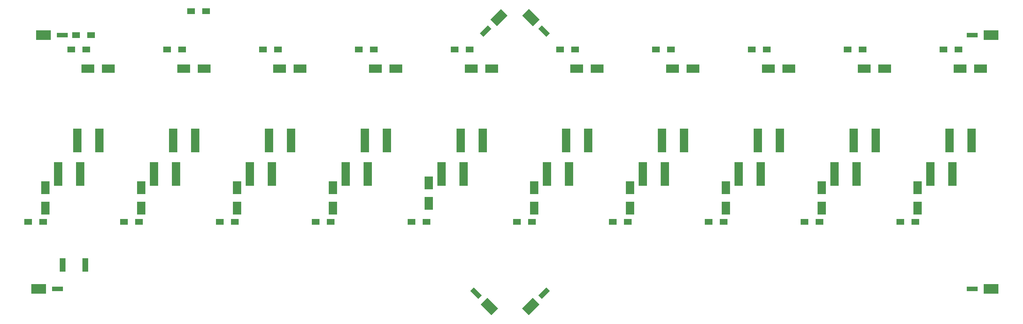
<source format=gbr>
G04 #@! TF.FileFunction,Paste,Bot*
%FSLAX46Y46*%
G04 Gerber Fmt 4.6, Leading zero omitted, Abs format (unit mm)*
G04 Created by KiCad (PCBNEW 4.0.5) date 02/01/17 10:47:15*
%MOMM*%
%LPD*%
G01*
G04 APERTURE LIST*
%ADD10C,0.600000*%
%ADD11R,1.600000X3.600000*%
%ADD12R,3.500000X2.300000*%
%ADD13R,2.300000X3.500000*%
%ADD14R,4.000000X2.500000*%
%ADD15R,3.000000X1.300000*%
%ADD16R,2.200000X6.350000*%
%ADD17R,2.000000X1.600000*%
G04 APERTURE END LIST*
D10*
D11*
X33830000Y-111760000D03*
X39830000Y-111760000D03*
D12*
X40480000Y-59690000D03*
X45880000Y-59690000D03*
D13*
X29210000Y-96680000D03*
X29210000Y-91280000D03*
D12*
X65880000Y-59690000D03*
X71280000Y-59690000D03*
D13*
X54610000Y-96680000D03*
X54610000Y-91280000D03*
D12*
X91280000Y-59690000D03*
X96680000Y-59690000D03*
D13*
X80010000Y-96680000D03*
X80010000Y-91280000D03*
D12*
X116680000Y-59690000D03*
X122080000Y-59690000D03*
D13*
X105410000Y-96680000D03*
X105410000Y-91280000D03*
D12*
X142080000Y-59690000D03*
X147480000Y-59690000D03*
D13*
X130810000Y-95410000D03*
X130810000Y-90010000D03*
D12*
X170020000Y-59690000D03*
X175420000Y-59690000D03*
D13*
X158750000Y-96680000D03*
X158750000Y-91280000D03*
D12*
X195420000Y-59690000D03*
X200820000Y-59690000D03*
D13*
X184150000Y-96680000D03*
X184150000Y-91280000D03*
D12*
X220820000Y-59690000D03*
X226220000Y-59690000D03*
D13*
X209550000Y-96680000D03*
X209550000Y-91280000D03*
D12*
X246220000Y-59690000D03*
X251620000Y-59690000D03*
D13*
X234950000Y-96680000D03*
X234950000Y-91280000D03*
D12*
X271620000Y-59690000D03*
X277020000Y-59690000D03*
D13*
X260350000Y-96680000D03*
X260350000Y-91280000D03*
D14*
X27480000Y-118110000D03*
D15*
X32480000Y-118110000D03*
D14*
X28750000Y-50800000D03*
D15*
X33750000Y-50800000D03*
D14*
X279860000Y-50800000D03*
D15*
X274860000Y-50800000D03*
D14*
X279860000Y-118110000D03*
D15*
X274860000Y-118110000D03*
D10*
G36*
X144603223Y-122240990D02*
X146370990Y-120473223D01*
X149199417Y-123301650D01*
X147431650Y-125069417D01*
X144603223Y-122240990D01*
X144603223Y-122240990D01*
G37*
G36*
X141845506Y-118634745D02*
X142764745Y-117715506D01*
X144886066Y-119836827D01*
X143966827Y-120756066D01*
X141845506Y-118634745D01*
X141845506Y-118634745D01*
G37*
G36*
X160196777Y-46669010D02*
X158429010Y-48436777D01*
X155600583Y-45608350D01*
X157368350Y-43840583D01*
X160196777Y-46669010D01*
X160196777Y-46669010D01*
G37*
G36*
X162954494Y-50275255D02*
X162035255Y-51194494D01*
X159913934Y-49073173D01*
X160833173Y-48153934D01*
X162954494Y-50275255D01*
X162954494Y-50275255D01*
G37*
G36*
X148910990Y-48436777D02*
X147143223Y-46669010D01*
X149971650Y-43840583D01*
X151739417Y-45608350D01*
X148910990Y-48436777D01*
X148910990Y-48436777D01*
G37*
G36*
X145304745Y-51194494D02*
X144385506Y-50275255D01*
X146506827Y-48153934D01*
X147426066Y-49073173D01*
X145304745Y-51194494D01*
X145304745Y-51194494D01*
G37*
G36*
X158429010Y-120473223D02*
X160196777Y-122240990D01*
X157368350Y-125069417D01*
X155600583Y-123301650D01*
X158429010Y-120473223D01*
X158429010Y-120473223D01*
G37*
G36*
X162035255Y-117715506D02*
X162954494Y-118634745D01*
X160833173Y-120756066D01*
X159913934Y-119836827D01*
X162035255Y-117715506D01*
X162035255Y-117715506D01*
G37*
D16*
X32660000Y-87630000D03*
X38460000Y-87630000D03*
X43540000Y-78740000D03*
X37740000Y-78740000D03*
X58060000Y-87630000D03*
X63860000Y-87630000D03*
X68940000Y-78740000D03*
X63140000Y-78740000D03*
X83460000Y-87630000D03*
X89260000Y-87630000D03*
X94340000Y-78740000D03*
X88540000Y-78740000D03*
X108860000Y-87630000D03*
X114660000Y-87630000D03*
X119740000Y-78740000D03*
X113940000Y-78740000D03*
X134260000Y-87630000D03*
X140060000Y-87630000D03*
X145140000Y-78740000D03*
X139340000Y-78740000D03*
X162200000Y-87630000D03*
X168000000Y-87630000D03*
X173080000Y-78740000D03*
X167280000Y-78740000D03*
X187600000Y-87630000D03*
X193400000Y-87630000D03*
X198480000Y-78740000D03*
X192680000Y-78740000D03*
X213000000Y-87630000D03*
X218800000Y-87630000D03*
X223880000Y-78740000D03*
X218080000Y-78740000D03*
X238400000Y-87630000D03*
X244200000Y-87630000D03*
X249280000Y-78740000D03*
X243480000Y-78740000D03*
X263800000Y-87630000D03*
X269600000Y-87630000D03*
X274680000Y-78740000D03*
X268880000Y-78740000D03*
D17*
X40100000Y-54610000D03*
X36100000Y-54610000D03*
X50070000Y-100330000D03*
X54070000Y-100330000D03*
X90900000Y-54610000D03*
X86900000Y-54610000D03*
X116300000Y-54610000D03*
X112300000Y-54610000D03*
X141700000Y-54610000D03*
X137700000Y-54610000D03*
X169640000Y-54610000D03*
X165640000Y-54610000D03*
X195040000Y-54610000D03*
X191040000Y-54610000D03*
X220440000Y-54610000D03*
X216440000Y-54610000D03*
X245840000Y-54610000D03*
X241840000Y-54610000D03*
X271240000Y-54610000D03*
X267240000Y-54610000D03*
X41370000Y-50800000D03*
X37370000Y-50800000D03*
X24670000Y-100330000D03*
X28670000Y-100330000D03*
X65500000Y-54610000D03*
X61500000Y-54610000D03*
X75470000Y-100330000D03*
X79470000Y-100330000D03*
X100870000Y-100330000D03*
X104870000Y-100330000D03*
X126270000Y-100330000D03*
X130270000Y-100330000D03*
X154210000Y-100330000D03*
X158210000Y-100330000D03*
X179610000Y-100330000D03*
X183610000Y-100330000D03*
X205010000Y-100330000D03*
X209010000Y-100330000D03*
X230410000Y-100330000D03*
X234410000Y-100330000D03*
X255810000Y-100330000D03*
X259810000Y-100330000D03*
X71850000Y-44450000D03*
X67850000Y-44450000D03*
M02*

</source>
